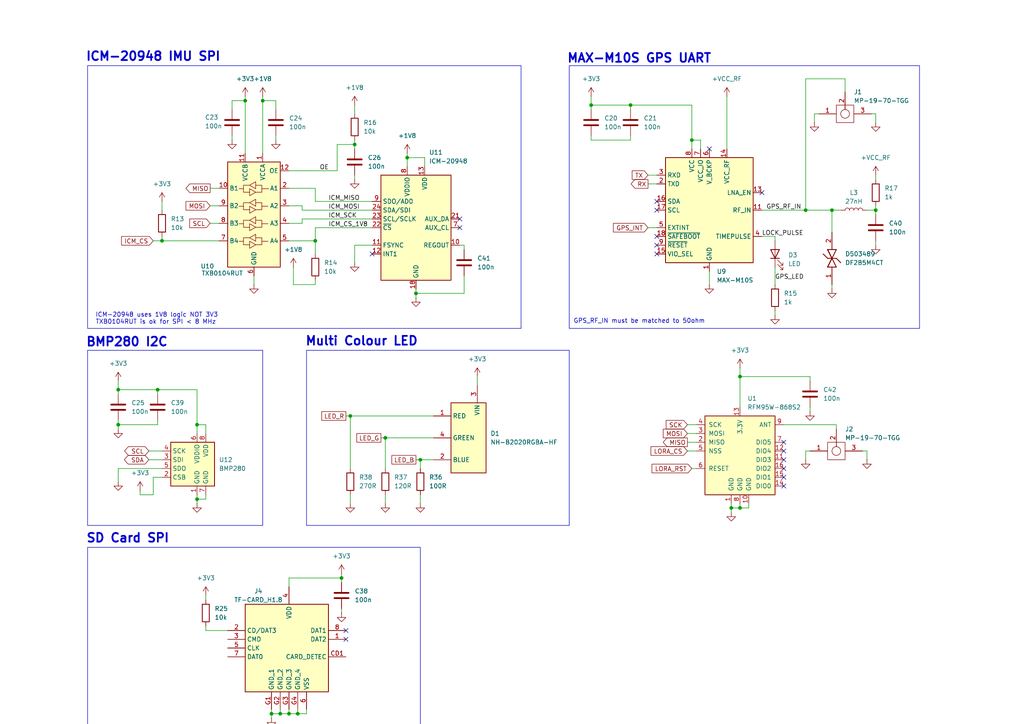
<source format=kicad_sch>
(kicad_sch (version 20250114) (generator "eeschema") (generator_version "9.0")
  (paper "A4")
  (title_block (title "Peripherals") (date "07-05-2025") (rev "0.0.1"))
  (lib_symbols
    (symbol "Device:C" (pin_numbers (hide yes)) (pin_names (offset 0.254))
      (property "Reference" "C" (at 0.635 2.54 0))
      (property "Value" "C" (at 0.635 -2.54 0))
      (symbol "C_0_1"
        (polyline (pts (xy -2.032 0.762) (xy 2.032 0.762)) (stroke (width 0.508)))
        (polyline (pts (xy -2.032 -0.762) (xy 2.032 -0.762)) (stroke (width 0.508)))
      )
      (symbol "C_1_1"
        (pin passive line (at 0 3.81 270) (length 2.794) (name "~") (number "1"))
        (pin passive line (at 0 -3.81 90) (length 2.794) (name "~") (number "2"))
      )
    )
    (symbol "Device:L" (pin_numbers (hide yes)) (pin_names (offset 1.016) (hide yes))
      (property "Reference" "L" (at -1.27 0 90))
      (property "Value" "L" (at 1.905 0 90))
      (symbol "L_0_1"
        (arc (start 0 2.54) (mid 0.6323 1.905) (end 0 1.27))
        (arc (start 0 1.27) (mid 0.6323 0.635) (end 0 0))
        (arc (start 0 0) (mid 0.6323 -0.635) (end 0 -1.27))
        (arc (start 0 -1.27) (mid 0.6323 -1.905) (end 0 -2.54))
      )
      (symbol "L_1_1"
        (pin passive line (at 0 3.81 270) (length 1.27) (name "1") (number "1"))
        (pin passive line (at 0 -3.81 90) (length 1.27) (name "2") (number "2"))
      )
    )
    (symbol "Device:LED" (pin_numbers (hide yes)) (pin_names (offset 1.016) (hide yes))
      (property "Reference" "D" (at 0 2.54 0))
      (property "Value" "LED" (at 0 -2.54 0))
      (symbol "LED_0_1"
        (polyline (pts (xy -3.048 -0.762) (xy -4.572 -2.286) (xy -3.81 -2.286) (xy -4.572 -2.286) (xy -4.572 -1.524)))
        (polyline (pts (xy -1.778 -0.762) (xy -3.302 -2.286) (xy -2.54 -2.286) (xy -3.302 -2.286) (xy -3.302 -1.524)))
        (polyline (pts (xy -1.27 0) (xy 1.27 0)))
        (polyline (pts (xy -1.27 -1.27) (xy -1.27 1.27)) (stroke (width 0.254)))
        (polyline (pts (xy 1.27 -1.27) (xy 1.27 1.27) (xy -1.27 0) (xy 1.27 -1.27)) (stroke (width 0.254)))
      )
      (symbol "LED_1_1"
        (pin passive line (at -3.81 0 0) (length 2.54) (name "K") (number "1"))
        (pin passive line (at 3.81 0 180) (length 2.54) (name "A") (number "2"))
      )
    )
    (symbol "Device:R" (pin_numbers (hide yes)) (pin_names (offset 0))
      (property "Reference" "R" (at 2.032 0 90))
      (property "Value" "R" (at 0 0 90))
      (symbol "R_0_1"
        (rectangle (start -1.016 -2.54) (end 1.016 2.54) (stroke (width 0.254)))
      )
      (symbol "R_1_1"
        (pin passive line (at 0 3.81 270) (length 1.27) (name "~") (number "1"))
        (pin passive line (at 0 -3.81 90) (length 1.27) (name "~") (number "2"))
      )
    )
    (symbol "Logic_LevelTranslator:TXB0104RUT"
      (property "Reference" "U" (at -6.35 16.51 0))
      (property "Value" "TXB0104RUT" (at 3.81 16.51 0))
      (symbol "TXB0104RUT_0_1"
        (rectangle (start -7.62 15.24) (end 7.62 -15.24) (stroke (width 0.254)) (fill (type background)))
        (polyline (pts (xy -2.286 7.493) (xy -2.286 8.509) (xy -0.508 8.509)))
        (polyline (pts (xy -2.286 2.413) (xy -2.286 3.429) (xy -0.508 3.429)))
        (polyline (pts (xy -2.286 -2.667) (xy -2.286 -1.651) (xy -0.508 -1.651)))
        (polyline (pts (xy -2.286 -7.747) (xy -2.286 -6.731) (xy -0.508 -6.731)))
        (polyline (pts (xy -0.508 6.477) (xy -2.286 6.477) (xy -2.286 7.493) (xy -4.318 7.493)))
        (polyline (pts (xy -0.508 6.477) (xy 1.27 7.493) (xy 1.27 5.461) (xy -0.508 6.477)))
        (polyline (pts (xy -0.508 1.397) (xy -2.286 1.397) (xy -2.286 2.413) (xy -4.064 2.413)))
        (polyline (pts (xy -0.508 1.397) (xy 1.27 2.413) (xy 1.27 0.381) (xy -0.508 1.397)))
        (polyline (pts (xy -0.508 -3.683) (xy -2.286 -3.683) (xy -2.286 -2.667) (xy -4.064 -2.667)))
        (polyline (pts (xy -0.508 -3.683) (xy 1.27 -2.667) (xy 1.27 -4.699) (xy -0.508 -3.683)))
        (polyline (pts (xy -0.508 -8.763) (xy -2.286 -8.763) (xy -2.286 -7.747) (xy -4.064 -7.747)))
        (polyline (pts (xy -0.508 -8.763) (xy 1.27 -7.747) (xy 1.27 -9.779) (xy -0.508 -8.763)))
        (polyline (pts (xy 1.27 8.509) (xy -0.508 7.493) (xy -0.508 9.525) (xy 1.27 8.509)))
        (polyline (pts (xy 1.27 8.509) (xy 3.048 8.509) (xy 3.048 7.493) (xy 4.318 7.493)))
        (polyline (pts (xy 1.27 3.429) (xy -0.508 2.413) (xy -0.508 4.445) (xy 1.27 3.429)))
        (polyline (pts (xy 1.27 3.429) (xy 3.048 3.429) (xy 3.048 2.413) (xy 4.318 2.413)))
        (polyline (pts (xy 1.27 -1.651) (xy -0.508 -2.667) (xy -0.508 -0.635) (xy 1.27 -1.651)))
        (polyline (pts (xy 1.27 -1.651) (xy 3.048 -1.651) (xy 3.048 -2.667) (xy 4.318 -2.667)))
        (polyline (pts (xy 1.27 -6.731) (xy -0.508 -7.747) (xy -0.508 -5.715) (xy 1.27 -6.731)))
        (polyline (pts (xy 1.27 -6.731) (xy 3.048 -6.731) (xy 3.048 -7.747) (xy 4.318 -7.747)))
        (polyline (pts (xy 3.048 7.493) (xy 3.048 6.477) (xy 1.27 6.477)))
        (polyline (pts (xy 3.048 2.413) (xy 3.048 1.397) (xy 1.27 1.397)))
        (polyline (pts (xy 3.048 -2.667) (xy 3.048 -3.683) (xy 1.27 -3.683)))
        (polyline (pts (xy 3.048 -7.747) (xy 3.048 -8.763) (xy 1.27 -8.763)))
      )
      (symbol "TXB0104RUT_1_1"
        (pin input line (at -10.16 12.7 0) (length 2.54) (name "OE") (number "12"))
        (pin tri_state line (at -10.16 7.62 0) (length 2.54) (name "A1") (number "2"))
        (pin tri_state line (at -10.16 2.54 0) (length 2.54) (name "A2") (number "3"))
        (pin tri_state line (at -10.16 -2.54 0) (length 2.54) (name "A3") (number "4"))
        (pin tri_state line (at -10.16 -7.62 0) (length 2.54) (name "A4") (number "5"))
        (pin power_in line (at -2.54 17.78 270) (length 2.54) (name "VCCA") (number "1"))
        (pin power_in line (at 0 -17.78 90) (length 2.54) (name "GND") (number "6"))
        (pin power_in line (at 2.54 17.78 270) (length 2.54) (name "VCCB") (number "11"))
        (pin tri_state line (at 10.16 7.62 180) (length 2.54) (name "B1") (number "10"))
        (pin tri_state line (at 10.16 2.54 180) (length 2.54) (name "B2") (number "9"))
        (pin tri_state line (at 10.16 -2.54 180) (length 2.54) (name "B3") (number "8"))
        (pin tri_state line (at 10.16 -7.62 180) (length 2.54) (name "B4") (number "7"))
      )
    )
    (symbol "NH-B2020RGBA-HF_1"
      (property "Reference" "D?" (at 16.51 -1.27 0))
      (property "Value" "NH-B2020RGBA-HF" (at 16.51 -3.81 0))
      (symbol "NH-B2020RGBA-HF_1_1_1"
        (rectangle (start 5.08 3.81) (end 15.24 -16.51) (stroke (width 0.254)) (fill (type background)))
        (pin passive line (at 0 0 0) (length 5.08) (name "RED") (number "1"))
        (pin passive line (at 0 -6.35 0) (length 5.08) (name "GREEN") (number "4"))
        (pin passive line (at 0 -12.7 0) (length 5.08) (name "BLUE") (number "2"))
        (pin passive line (at 12.7 8.89 270) (length 5.08) (name "VIN") (number "3"))
      )
    )
    (symbol "RF_GPS:MAX-M10S"
      (property "Reference" "U" (at -10.16 16.51 0))
      (property "Value" "MAX-M10S" (at 11.43 16.51 0))
      (symbol "MAX-M10S_0_1"
        (rectangle (start 12.7 15.24) (end -12.7 -15.24) (stroke (width 0.254)) (fill (type background)))
      )
      (symbol "MAX-M10S_1_1"
        (pin input line (at -15.24 10.16 0) (length 2.54) (name "RXD") (number "3"))
        (pin output line (at -15.24 7.62 0) (length 2.54) (name "TXD") (number "2"))
        (pin bidirectional line (at -15.24 2.54 0) (length 2.54) (name "SDA") (number "16"))
        (pin input line (at -15.24 0 0) (length 2.54) (name "SCL") (number "17"))
        (pin input line (at -15.24 -5.08 0) (length 2.54) (name "EXTINT") (number "5"))
        (pin input line (at -15.24 -7.62 0) (length 2.54) (name "~{SAFEBOOT}") (number "18"))
        (pin input line (at -15.24 -10.16 0) (length 2.54) (name "~{RESET}") (number "9"))
        (pin input line (at -15.24 -12.7 0) (length 2.54) (name "VIO_SEL") (number "15"))
        (pin power_in line (at -5.08 17.78 270) (length 2.54) (name "VCC") (number "8"))
        (pin power_in line (at -2.54 17.78 270) (length 2.54) (name "VCC_IO") (number "7"))
        (pin power_in line (at 0 17.78 270) (length 2.54) (name "V_BCKP") (number "6"))
        (pin power_in line (at 0 -17.78 90) (length 2.54) (name "GND") (number "1"))
        (pin passive line (at 0 -17.78 90) (length 2.54) (hide yes) (name "GND") (number "10"))
        (pin passive line (at 0 -17.78 90) (length 2.54) (hide yes) (name "GND") (number "12"))
        (pin power_out line (at 5.08 17.78 270) (length 2.54) (name "VCC_RF") (number "14"))
        (pin output line (at 15.24 5.08 180) (length 2.54) (name "LNA_EN") (number "13"))
        (pin input line (at 15.24 0 180) (length 2.54) (name "RF_IN") (number "11"))
        (pin output line (at 15.24 -7.62 180) (length 2.54) (name "TIMEPULSE") (number "4"))
      )
    )
    (symbol "RF_Module:RFM95W-868S2" (pin_names (offset 1.016))
      (property "Reference" "U" (at -10.414 11.684 0))
      (property "Value" "RFM95W-868S2" (at 1.524 11.43 0))
      (symbol "RFM95W-868S2_0_1"
        (rectangle (start -10.16 10.16) (end 10.16 -12.7) (stroke (width 0.254)) (fill (type background)))
      )
      (symbol "RFM95W-868S2_1_1"
        (pin input line (at -12.7 7.62 0) (length 2.54) (name "SCK") (number "4"))
        (pin input line (at -12.7 5.08 0) (length 2.54) (name "MOSI") (number "3"))
        (pin output line (at -12.7 2.54 0) (length 2.54) (name "MISO") (number "2"))
        (pin input line (at -12.7 0 0) (length 2.54) (name "NSS") (number "5"))
        (pin bidirectional line (at -12.7 -5.08 0) (length 2.54) (name "RESET") (number "6"))
        (pin power_in line (at -2.54 -15.24 90) (length 2.54) (name "GND") (number "1"))
        (pin power_in line (at 0 12.7 270) (length 2.54) (name "3.3V") (number "13"))
        (pin power_in line (at 0 -15.24 90) (length 2.54) (name "GND") (number "8"))
        (pin power_in line (at 2.54 -15.24 90) (length 2.54) (name "GND") (number "10"))
        (pin bidirectional line (at 12.7 7.62 180) (length 2.54) (name "ANT") (number "9"))
        (pin bidirectional line (at 12.7 2.54 180) (length 2.54) (name "DIO5") (number "7"))
        (pin bidirectional line (at 12.7 0 180) (length 2.54) (name "DIO4") (number "12"))
        (pin bidirectional line (at 12.7 -2.54 180) (length 2.54) (name "DIO3") (number "11"))
        (pin bidirectional line (at 12.7 -5.08 180) (length 2.54) (name "DIO2") (number "16"))
        (pin bidirectional line (at 12.7 -7.62 180) (length 2.54) (name "DIO1") (number "15"))
        (pin bidirectional line (at 12.7 -10.16 180) (length 2.54) (name "DIO0") (number "14"))
      )
    )
    (symbol "SamacSys_Parts:DF2B5M4CT" (pin_names (hide yes))
      (property "Reference" "D" (at 15.24 8.89 0))
      (property "Value" "DF2B5M4CT" (at 12.7 6.35 0))
      (symbol "DF2B5M4CT_1_1"
        (polyline (pts (xy 5.08 1.27) (xy 5.08 -1.27)) (stroke (width 0.254)))
        (polyline (pts (xy 5.08 1.27) (xy 7.62 0)) (stroke (width 0.254)))
        (polyline (pts (xy 5.08 1.27) (xy 10.16 -1.27)) (stroke (width 0.254)))
        (polyline (pts (xy 7.62 -1.27) (xy 6.35 -2.54)) (stroke (width 0.254)))
        (polyline (pts (xy 7.62 -1.27) (xy 7.62 1.27)) (stroke (width 0.254)))
        (polyline (pts (xy 8.89 2.54) (xy 7.62 1.27)) (stroke (width 0.254)))
        (polyline (pts (xy 10.16 1.27) (xy 5.08 -1.27)) (stroke (width 0.254)))
        (polyline (pts (xy 10.16 1.27) (xy 7.62 0)) (stroke (width 0.254)))
        (polyline (pts (xy 10.16 1.27) (xy 10.16 -1.27)) (stroke (width 0.254)))
        (pin passive line (at 0 0 0) (length 5.08) (name "K1") (number "1"))
        (pin passive line (at 15.24 0 180) (length 5.08) (name "K2") (number "2"))
      )
    )
    (symbol "SamacSys_Parts:MP-19-70-TGG"
      (property "Reference" "J?" (at 2.54 0 0))
      (property "Value" "MP-19-70-TGG" (at 2.54 -2.54 0))
      (symbol "MP-19-70-TGG_0_1"
        (rectangle (start -2.54 -3.81) (end 2.54 -8.89))
        (circle (center 0 -6.35) (radius 1.27))
      )
      (symbol "MP-19-70-TGG_1_1"
        (pin passive line (at -7.62 -6.35 0) (length 5.08) (name "") (number "1"))
        (pin passive line (at 0 0 270) (length 5.08) (name "") (number "2"))
        (pin passive line (at 7.62 -6.35 180) (length 5.08) (name "") (number "3"))
      )
    )
    (symbol "SamacSys_Parts:TF-CARD_H1.8"
      (property "Reference" "J4" (at 8.89 11.43 0))
      (property "Value" "TF-CARD_H1.8" (at 8.89 8.89 0))
      (symbol "TF-CARD_H1.8_1_1"
        (rectangle (start 5.08 7.62) (end 29.21 -17.78) (stroke (width 0.254)) (fill (type background)))
        (pin passive line (at 0 0 0) (length 5.08) (name "CD/DAT3") (number "2"))
        (pin passive line (at 0 -2.54 0) (length 5.08) (name "CMD") (number "3"))
        (pin passive line (at 0 -5.08 0) (length 5.08) (name "CLK") (number "5"))
        (pin passive line (at 0 -7.62 0) (length 5.08) (name "DAT0") (number "7"))
        (pin passive line (at 12.7 -22.86 90) (length 5.08) (name "GND_1") (number "G1"))
        (pin passive line (at 15.24 -22.86 90) (length 5.08) (name "GND_2") (number "G2"))
        (pin passive line (at 17.78 12.7 270) (length 5.08) (name "VDD") (number "4"))
        (pin passive line (at 17.78 -22.86 90) (length 5.08) (name "GND_3") (number "G3"))
        (pin passive line (at 20.32 -22.86 90) (length 5.08) (name "GND_4") (number "G4"))
        (pin passive line (at 22.86 -22.86 90) (length 5.08) (name "VSS") (number "6"))
        (pin passive line (at 34.29 0 180) (length 5.08) (name "DAT1") (number "8"))
        (pin passive line (at 34.29 -2.54 180) (length 5.08) (name "DAT2") (number "1"))
        (pin passive line (at 34.29 -7.62 180) (length 5.08) (name "CARD_DETEC") (number "CD1"))
      )
    )
    (symbol "Sensor_Motion:ICM-20948"
      (property "Reference" "U" (at -11.43 16.51 0))
      (property "Value" "ICM-20948" (at 7.62 -16.51 0))
      (symbol "ICM-20948_0_1"
        (rectangle (start -10.16 15.24) (end 10.16 -15.24) (stroke (width 0.254)) (fill (type background)))
      )
      (symbol "ICM-20948_1_1"
        (pin bidirectional line (at -12.7 7.62 0) (length 2.54) (name "SDO/AD0") (number "9"))
        (pin bidirectional line (at -12.7 5.08 0) (length 2.54) (name "SDA/SDI") (number "24"))
        (pin input line (at -12.7 2.54 0) (length 2.54) (name "SCL/SCLK") (number "23"))
        (pin input line (at -12.7 0 0) (length 2.54) (name "~{CS}") (number "22"))
        (pin input line (at -12.7 -5.08 0) (length 2.54) (name "FSYNC") (number "11"))
        (pin output line (at -12.7 -7.62 0) (length 2.54) (name "INT1") (number "12"))
        (pin no_connect line (at -10.16 12.7 0) (length 2.54) (hide yes) (name "NC") (number "1"))
        (pin no_connect line (at -10.16 10.16 0) (length 2.54) (hide yes) (name "NC") (number "2"))
        (pin no_connect line (at -10.16 -2.54 0) (length 2.54) (hide yes) (name "NC") (number "3"))
        (pin no_connect line (at -10.16 -10.16 0) (length 2.54) (hide yes) (name "NC") (number "4"))
        (pin no_connect line (at -10.16 -12.7 0) (length 2.54) (hide yes) (name "NC") (number "5"))
        (pin power_in line (at -2.54 17.78 270) (length 2.54) (name "VDDIO") (number "8"))
        (pin power_in line (at 0 -17.78 90) (length 2.54) (name "GND") (number "18"))
        (pin passive line (at 0 -17.78 90) (length 2.54) (hide yes) (name "GND") (number "20"))
        (pin power_in line (at 2.54 17.78 270) (length 2.54) (name "VDD") (number "13"))
        (pin no_connect line (at 10.16 10.16 180) (length 2.54) (hide yes) (name "NC") (number "6"))
        (pin no_connect line (at 10.16 7.62 180) (length 2.54) (hide yes) (name "NC") (number "14"))
        (pin no_connect line (at 10.16 5.08 180) (length 2.54) (hide yes) (name "NC") (number "15"))
        (pin no_connect line (at 10.16 -7.62 180) (length 2.54) (hide yes) (name "NC") (number "16"))
        (pin no_connect line (at 10.16 -10.16 180) (length 2.54) (hide yes) (name "NC") (number "17"))
        (pin no_connect line (at 10.16 -12.7 180) (length 2.54) (hide yes) (name "RESV") (number "19"))
        (pin bidirectional line (at 12.7 2.54 180) (length 2.54) (name "AUX_DA") (number "21"))
        (pin output line (at 12.7 0 180) (length 2.54) (name "AUX_CL") (number "7"))
        (pin passive line (at 12.7 -5.08 180) (length 2.54) (name "REGOUT") (number "10"))
      )
    )
    (symbol "Sensor_Pressure:BMP280"
      (property "Reference" "U" (at -7.62 10.16 0))
      (property "Value" "BMP280" (at 5.08 10.16 0))
      (symbol "BMP280_0_1"
        (rectangle (start -7.62 -5.08) (end 5.08 7.62) (stroke (width 0.254)) (fill (type background)))
      )
      (symbol "BMP280_1_1"
        (pin input line (at -10.16 5.08 0) (length 2.54) (name "SCK") (number "4"))
        (pin bidirectional line (at -10.16 2.54 0) (length 2.54) (name "SDI") (number "3"))
        (pin bidirectional line (at -10.16 0 0) (length 2.54) (name "SDO") (number "5"))
        (pin input line (at -10.16 -2.54 0) (length 2.54) (name "CSB") (number "2"))
        (pin power_in line (at 0 10.16 270) (length 2.54) (name "VDDIO") (number "6"))
        (pin power_in line (at 0 -7.62 90) (length 2.54) (name "GND") (number "1"))
        (pin power_in line (at 2.54 10.16 270) (length 2.54) (name "VDD") (number "8"))
        (pin power_in line (at 2.54 -7.62 90) (length 2.54) (name "GND") (number "7"))
      )
    )
    (symbol "power:+1V8" (power) (pin_numbers (hide yes)) (pin_names (offset 0) (hide yes))
      (property "Value" "+1V8" (at 0 3.556 0))
      (symbol "+1V8_0_1"
        (polyline (pts (xy -0.762 1.27) (xy 0 2.54)))
        (polyline (pts (xy 0 2.54) (xy 0.762 1.27)))
        (polyline (pts (xy 0 0) (xy 0 2.54)))
      )
      (symbol "+1V8_1_1"
        (pin power_in line (at 0 0 90) (length 0) (name "~") (number "1"))
      )
    )
    (symbol "power:+3V3" (power) (pin_numbers (hide yes)) (pin_names (offset 0) (hide yes))
      (property "Value" "+3V3" (at 0 3.556 0))
      (symbol "+3V3_0_1"
        (polyline (pts (xy -0.762 1.27) (xy 0 2.54)))
        (polyline (pts (xy 0 2.54) (xy 0.762 1.27)))
        (polyline (pts (xy 0 0) (xy 0 2.54)))
      )
      (symbol "+3V3_1_1"
        (pin power_in line (at 0 0 90) (length 0) (name "~") (number "1"))
      )
    )
    (symbol "power:GND" (power) (pin_numbers (hide yes)) (pin_names (offset 0) (hide yes))
      (property "Value" "GND" (at 0 -3.81 0))
      (symbol "GND_0_1"
        (polyline (pts (xy 0 0) (xy 0 -1.27) (xy 1.27 -1.27) (xy 0 -2.54) (xy -1.27 -1.27) (xy 0 -1.27)))
      )
      (symbol "GND_1_1"
        (pin power_in line (at 0 0 270) (length 0) (name "~") (number "1"))
      )
    )
  )
  (rectangle (start 25.4 158.75) (end 121.92 212.09))
  (rectangle (start 25.4 101.6) (end 76.2 152.4))
  (rectangle (start 25.4 19.05) (end 151.13 95.25))
  (rectangle (start 165.1 19.05) (end 266.7 95.25))
  (rectangle (start 88.9 101.6) (end 165.1 152.4))
  (text "BMP280 I2C\n" (at 36.83 99.314 0) (effects (font (size 2.54 2.54) (thickness 0.508) (bold yes))))
  (text "GPS_RF_IN must be matched to 50ohm\n" (at 185.42 93.218 0) (effects (font (size 1.27 1.27) (thickness 0.1588))))
  (text "SD Card SPI" (at 37.084 156.21 0) (effects (font (size 2.54 2.54) (thickness 0.508) (bold yes))))
  (text "ICM-20948 IMU SPI\n" (at 44.45 16.51 0) (effects (font (size 2.54 2.54) (thickness 0.508) (bold yes))))
  (text "ICM-20948 uses 1V8 logic NOT 3V3\nTXB0104RUT is ok for SPI < 8 MHz" (at 27.686 92.456 0) (effects (font (size 1.27 1.27) (thickness 0.1588)) (justify left)))
  (text "Multi Colour LED\n" (at 104.902 99.06 0) (effects (font (size 2.54 2.54) (thickness 0.508) (bold yes))))
  (text "MAX-M10S GPS UART" (at 185.42 17.018 0) (effects (font (size 2.54 2.54) (thickness 0.508) (bold yes))))
  (junction (at 78.74 207.01))
  (junction (at 214.63 147.32))
  (junction (at 214.63 109.22))
  (junction (at 171.45 30.48))
  (junction (at 34.29 123.19))
  (junction (at 101.6 120.65))
  (junction (at 102.87 41.91))
  (junction (at 46.99 69.85))
  (junction (at 111.76 127))
  (junction (at 121.92 133.35))
  (junction (at 233.68 60.96))
  (junction (at 120.65 85.09))
  (junction (at 254 60.96))
  (junction (at 99.06 167.64))
  (junction (at 81.28 207.01))
  (junction (at 241.3 60.96))
  (junction (at 34.29 113.03))
  (junction (at 91.44 69.85))
  (junction (at 76.2 29.21))
  (junction (at 83.82 207.01))
  (junction (at 212.09 147.32))
  (junction (at 86.36 207.01))
  (junction (at 182.88 30.48))
  (junction (at 45.72 113.03))
  (junction (at 200.66 40.64))
  (junction (at 57.15 123.19))
  (junction (at 118.11 45.72))
  (junction (at 57.15 144.78))
  (junction (at 71.12 29.21))
  (no_connect (at 190.5 71.12))
  (no_connect (at 227.33 138.43))
  (no_connect (at 227.33 128.27))
  (no_connect (at 227.33 140.97))
  (no_connect (at 205.74 43.18))
  (no_connect (at 190.5 73.66))
  (no_connect (at 100.33 182.88))
  (no_connect (at 227.33 130.81))
  (no_connect (at 190.5 68.58))
  (no_connect (at 107.95 73.66))
  (no_connect (at 100.33 185.42))
  (no_connect (at 227.33 133.35))
  (no_connect (at 133.35 66.04))
  (no_connect (at 133.35 63.5))
  (no_connect (at 227.33 135.89))
  (no_connect (at 220.98 55.88))
  (no_connect (at 190.5 60.96))
  (no_connect (at 190.5 58.42))
  (wire (pts (xy 59.69 123.19) (xy 59.69 125.73)))
  (wire (pts (xy 234.95 118.11) (xy 234.95 119.38)))
  (wire (pts (xy 83.82 54.61) (xy 91.44 54.61)))
  (wire (pts (xy 254 33.02) (xy 252.73 33.02)))
  (wire (pts (xy 224.79 77.47) (xy 224.79 82.55)))
  (wire (pts (xy 102.87 50.8) (xy 102.87 52.07)))
  (wire (pts (xy 34.29 110.49) (xy 34.29 113.03)))
  (wire (pts (xy 97.79 49.53) (xy 97.79 41.91)))
  (wire (pts (xy 214.63 106.68) (xy 214.63 109.22)))
  (wire (pts (xy 46.99 58.42) (xy 46.99 60.96)))
  (wire (pts (xy 121.92 133.35) (xy 125.73 133.35)))
  (wire (pts (xy 236.22 33.02) (xy 237.49 33.02)))
  (wire (pts (xy 91.44 66.04) (xy 107.95 66.04)))
  (wire (pts (xy 102.87 30.48) (xy 102.87 33.02)))
  (wire (pts (xy 78.74 207.01) (xy 81.28 207.01)))
  (wire (pts (xy 102.87 41.91) (xy 102.87 40.64)))
  (wire (pts (xy 102.87 41.91) (xy 102.87 43.18)))
  (wire (pts (xy 46.99 69.85) (xy 63.5 69.85)))
  (wire (pts (xy 121.92 135.89) (xy 121.92 133.35)))
  (wire (pts (xy 233.68 60.96) (xy 241.3 60.96)))
  (wire (pts (xy 200.66 30.48) (xy 200.66 40.64)))
  (wire (pts (xy 87.63 60.96) (xy 107.95 60.96)))
  (wire (pts (xy 83.82 207.01) (xy 86.36 207.01)))
  (wire (pts (xy 101.6 120.65) (xy 125.73 120.65)))
  (wire (pts (xy 251.46 60.96) (xy 254 60.96)))
  (wire (pts (xy 233.68 130.81) (xy 233.68 133.35)))
  (wire (pts (xy 34.29 113.03) (xy 45.72 113.03)))
  (wire (pts (xy 99.06 167.64) (xy 99.06 168.91)))
  (wire (pts (xy 214.63 109.22) (xy 234.95 109.22)))
  (wire (pts (xy 171.45 39.37) (xy 171.45 40.64)))
  (wire (pts (xy 44.45 143.51) (xy 40.64 143.51)))
  (wire (pts (xy 91.44 81.28) (xy 91.44 82.55)))
  (wire (pts (xy 102.87 76.2) (xy 102.87 71.12)))
  (wire (pts (xy 118.11 45.72) (xy 118.11 48.26)))
  (wire (pts (xy 199.39 123.19) (xy 201.93 123.19)))
  (wire (pts (xy 76.2 29.21) (xy 80.01 29.21)))
  (wire (pts (xy 97.79 41.91) (xy 102.87 41.91)))
  (wire (pts (xy 187.96 66.04) (xy 190.5 66.04)))
  (wire (pts (xy 34.29 135.89) (xy 46.99 135.89)))
  (wire (pts (xy 100.33 120.65) (xy 101.6 120.65)))
  (wire (pts (xy 34.29 123.19) (xy 45.72 123.19)))
  (wire (pts (xy 123.19 45.72) (xy 123.19 48.26)))
  (wire (pts (xy 88.9 207.01) (xy 88.9 205.74)))
  (wire (pts (xy 227.33 123.19) (xy 242.57 123.19)))
  (wire (pts (xy 224.79 90.17) (xy 224.79 91.44)))
  (wire (pts (xy 73.66 80.01) (xy 73.66 82.55)))
  (wire (pts (xy 134.62 71.12) (xy 133.35 71.12)))
  (wire (pts (xy 91.44 69.85) (xy 83.82 69.85)))
  (wire (pts (xy 134.62 80.01) (xy 134.62 85.09)))
  (wire (pts (xy 91.44 69.85) (xy 91.44 73.66)))
  (wire (pts (xy 200.66 135.89) (xy 201.93 135.89)))
  (wire (pts (xy 199.39 130.81) (xy 201.93 130.81)))
  (wire (pts (xy 91.44 66.04) (xy 91.44 69.85)))
  (wire (pts (xy 111.76 143.51) (xy 111.76 146.05)))
  (wire (pts (xy 34.29 121.92) (xy 34.29 123.19)))
  (wire (pts (xy 214.63 147.32) (xy 214.63 146.05)))
  (wire (pts (xy 200.66 40.64) (xy 203.2 40.64)))
  (wire (pts (xy 71.12 27.94) (xy 71.12 29.21)))
  (wire (pts (xy 34.29 139.7) (xy 34.29 135.89)))
  (wire (pts (xy 241.3 82.55) (xy 241.3 83.82)))
  (wire (pts (xy 87.63 64.77) (xy 87.63 63.5)))
  (wire (pts (xy 199.39 128.27) (xy 201.93 128.27)))
  (wire (pts (xy 85.09 77.47) (xy 85.09 82.55)))
  (wire (pts (xy 233.68 22.86) (xy 245.11 22.86)))
  (wire (pts (xy 86.36 207.01) (xy 88.9 207.01)))
  (wire (pts (xy 43.18 130.81) (xy 46.99 130.81)))
  (wire (pts (xy 59.69 144.78) (xy 59.69 143.51)))
  (wire (pts (xy 236.22 33.02) (xy 236.22 35.56)))
  (wire (pts (xy 120.65 83.82) (xy 120.65 85.09)))
  (wire (pts (xy 234.95 109.22) (xy 234.95 110.49)))
  (wire (pts (xy 83.82 49.53) (xy 97.79 49.53)))
  (wire (pts (xy 171.45 40.64) (xy 182.88 40.64)))
  (wire (pts (xy 85.09 82.55) (xy 91.44 82.55)))
  (wire (pts (xy 254 50.8) (xy 254 52.07)))
  (wire (pts (xy 60.96 64.77) (xy 63.5 64.77)))
  (wire (pts (xy 241.3 60.96) (xy 241.3 67.31)))
  (wire (pts (xy 83.82 167.64) (xy 99.06 167.64)))
  (wire (pts (xy 34.29 123.19) (xy 34.29 124.46)))
  (wire (pts (xy 254 35.56) (xy 254 33.02)))
  (wire (pts (xy 171.45 27.94) (xy 171.45 30.48)))
  (wire (pts (xy 245.11 22.86) (xy 245.11 26.67)))
  (wire (pts (xy 45.72 113.03) (xy 45.72 114.3)))
  (wire (pts (xy 220.98 60.96) (xy 233.68 60.96)))
  (wire (pts (xy 57.15 144.78) (xy 59.69 144.78)))
  (wire (pts (xy 86.36 205.74) (xy 86.36 207.01)))
  (wire (pts (xy 214.63 109.22) (xy 214.63 118.11)))
  (wire (pts (xy 171.45 30.48) (xy 171.45 31.75)))
  (wire (pts (xy 76.2 29.21) (xy 76.2 44.45)))
  (wire (pts (xy 171.45 30.48) (xy 182.88 30.48)))
  (wire (pts (xy 44.45 69.85) (xy 46.99 69.85)))
  (wire (pts (xy 111.76 135.89) (xy 111.76 127)))
  (wire (pts (xy 217.17 147.32) (xy 217.17 146.05)))
  (wire (pts (xy 60.96 59.69) (xy 63.5 59.69)))
  (wire (pts (xy 45.72 113.03) (xy 57.15 113.03)))
  (wire (pts (xy 59.69 181.61) (xy 59.69 182.88)))
  (wire (pts (xy 57.15 113.03) (xy 57.15 123.19)))
  (wire (pts (xy 83.82 64.77) (xy 87.63 64.77)))
  (wire (pts (xy 59.69 172.72) (xy 59.69 173.99)))
  (wire (pts (xy 120.65 133.35) (xy 121.92 133.35)))
  (wire (pts (xy 83.82 167.64) (xy 83.82 170.18)))
  (wire (pts (xy 110.49 127) (xy 111.76 127)))
  (wire (pts (xy 99.06 176.53) (xy 99.06 177.8)))
  (wire (pts (xy 45.72 123.19) (xy 45.72 121.92)))
  (wire (pts (xy 57.15 123.19) (xy 59.69 123.19)))
  (wire (pts (xy 40.64 142.24) (xy 40.64 143.51)))
  (wire (pts (xy 81.28 207.01) (xy 83.82 207.01)))
  (wire (pts (xy 138.43 109.22) (xy 138.43 111.76)))
  (wire (pts (xy 91.44 58.42) (xy 107.95 58.42)))
  (wire (pts (xy 212.09 147.32) (xy 212.09 148.59)))
  (wire (pts (xy 80.01 39.37) (xy 80.01 40.64)))
  (wire (pts (xy 233.68 22.86) (xy 233.68 60.96)))
  (wire (pts (xy 212.09 147.32) (xy 214.63 147.32)))
  (wire (pts (xy 199.39 125.73) (xy 201.93 125.73)))
  (wire (pts (xy 57.15 123.19) (xy 57.15 125.73)))
  (wire (pts (xy 134.62 85.09) (xy 120.65 85.09)))
  (wire (pts (xy 254 69.85) (xy 254 71.12)))
  (wire (pts (xy 118.11 44.45) (xy 118.11 45.72)))
  (wire (pts (xy 78.74 207.01) (xy 78.74 208.28)))
  (wire (pts (xy 251.46 133.35) (xy 251.46 130.81)))
  (wire (pts (xy 57.15 144.78) (xy 57.15 146.05)))
  (wire (pts (xy 121.92 143.51) (xy 121.92 146.05)))
  (wire (pts (xy 251.46 130.81) (xy 250.19 130.81)))
  (wire (pts (xy 205.74 78.74) (xy 205.74 82.55)))
  (wire (pts (xy 254 60.96) (xy 254 59.69)))
  (wire (pts (xy 220.98 68.58) (xy 224.79 68.58)))
  (wire (pts (xy 242.57 123.19) (xy 242.57 124.46)))
  (wire (pts (xy 182.88 40.64) (xy 182.88 39.37)))
  (wire (pts (xy 34.29 113.03) (xy 34.29 114.3)))
  (wire (pts (xy 102.87 71.12) (xy 107.95 71.12)))
  (wire (pts (xy 212.09 146.05) (xy 212.09 147.32)))
  (wire (pts (xy 111.76 127) (xy 125.73 127)))
  (wire (pts (xy 91.44 58.42) (xy 91.44 54.61)))
  (wire (pts (xy 67.31 29.21) (xy 71.12 29.21)))
  (wire (pts (xy 200.66 40.64) (xy 200.66 43.18)))
  (wire (pts (xy 83.82 59.69) (xy 87.63 59.69)))
  (wire (pts (xy 182.88 30.48) (xy 200.66 30.48)))
  (wire (pts (xy 59.69 182.88) (xy 66.04 182.88)))
  (wire (pts (xy 254 60.96) (xy 254 62.23)))
  (wire (pts (xy 134.62 72.39) (xy 134.62 71.12)))
  (wire (pts (xy 71.12 29.21) (xy 71.12 44.45)))
  (wire (pts (xy 187.96 53.34) (xy 190.5 53.34)))
  (wire (pts (xy 182.88 30.48) (xy 182.88 31.75)))
  (wire (pts (xy 99.06 166.37) (xy 99.06 167.64)))
  (wire (pts (xy 241.3 60.96) (xy 243.84 60.96)))
  (wire (pts (xy 187.96 50.8) (xy 190.5 50.8)))
  (wire (pts (xy 203.2 40.64) (xy 203.2 43.18)))
  (wire (pts (xy 46.99 138.43) (xy 44.45 138.43)))
  (wire (pts (xy 120.65 85.09) (xy 120.65 86.36)))
  (wire (pts (xy 87.63 63.5) (xy 107.95 63.5)))
  (wire (pts (xy 87.63 59.69) (xy 87.63 60.96)))
  (wire (pts (xy 80.01 29.21) (xy 80.01 31.75)))
  (wire (pts (xy 210.82 27.94) (xy 210.82 43.18)))
  (wire (pts (xy 214.63 147.32) (xy 217.17 147.32)))
  (wire (pts (xy 43.18 133.35) (xy 46.99 133.35)))
  (wire (pts (xy 224.79 68.58) (xy 224.79 69.85)))
  (wire (pts (xy 81.28 205.74) (xy 81.28 207.01)))
  (wire (pts (xy 101.6 143.51) (xy 101.6 146.05)))
  (wire (pts (xy 83.82 205.74) (xy 83.82 207.01)))
  (wire (pts (xy 57.15 143.51) (xy 57.15 144.78)))
  (wire (pts (xy 44.45 138.43) (xy 44.45 143.51)))
  (wire (pts (xy 46.99 69.85) (xy 46.99 68.58)))
  (wire (pts (xy 78.74 205.74) (xy 78.74 207.01)))
  (wire (pts (xy 76.2 27.94) (xy 76.2 29.21)))
  (wire (pts (xy 60.96 54.61) (xy 63.5 54.61)))
  (wire (pts (xy 67.31 29.21) (xy 67.31 31.75)))
  (wire (pts (xy 101.6 135.89) (xy 101.6 120.65)))
  (wire (pts (xy 118.11 45.72) (xy 123.19 45.72)))
  (wire (pts (xy 67.31 39.37) (xy 67.31 40.64)))
  (wire (pts (xy 233.68 130.81) (xy 234.95 130.81)))
  (label "GPS_RF_IN" (at 222.25 60.96 0))
  (label "ICM_SCK" (at 95.25 63.5 0))
  (label "OE" (at 92.71 49.53 0))
  (label "LOCK_PULSE" (at 220.98 68.58 0))
  (label "GPS_LED" (at 224.79 81.28 0))
  (label "ICM_MOSI" (at 95.25 60.96 0))
  (label "ICM_CS_1V8" (at 95.25 66.04 0))
  (label "ICM_MISO" (at 95.25 58.42 0))
  (global_label "SCL" (shape input) (at 60.96 64.77 180) (property "Intersheetrefs" "${INTERSHEET_REFS}" (effects (hide yes))))
  (global_label "LED_G" (shape passive) (at 110.49 127 180) (property "Intersheetrefs" "${INTERSHEET_REFS}" (effects (hide yes))))
  (global_label "MOSI" (shape input) (at 60.96 59.69 180) (property "Intersheetrefs" "${INTERSHEET_REFS}" (effects (hide yes))))
  (global_label "RX" (shape output) (at 187.96 53.34 180) (property "Intersheetrefs" "${INTERSHEET_REFS}" (effects (hide yes))))
  (global_label "SCL" (shape bidirectional) (at 43.18 130.81 180) (property "Intersheetrefs" "${INTERSHEET_REFS}" (effects (hide yes))))
  (global_label "SDA" (shape bidirectional) (at 43.18 133.35 180) (property "Intersheetrefs" "${INTERSHEET_REFS}" (effects (hide yes))))
  (global_label "TX" (shape input) (at 187.96 50.8 180) (property "Intersheetrefs" "${INTERSHEET_REFS}" (effects (hide yes))))
  (global_label "MOSI" (shape input) (at 199.39 125.73 180) (property "Intersheetrefs" "${INTERSHEET_REFS}" (effects (hide yes))))
  (global_label "SCK" (shape input) (at 199.39 123.19 180) (property "Intersheetrefs" "${INTERSHEET_REFS}" (effects (hide yes))))
  (global_label "MISO" (shape output) (at 60.96 54.61 180) (property "Intersheetrefs" "${INTERSHEET_REFS}" (effects (hide yes))))
  (global_label "LORA_RST" (shape input) (at 200.66 135.89 180) (property "Intersheetrefs" "${INTERSHEET_REFS}" (effects (hide yes))))
  (global_label "MISO" (shape output) (at 199.39 128.27 180) (property "Intersheetrefs" "${INTERSHEET_REFS}" (effects (hide yes))))
  (global_label "LED_R" (shape passive) (at 100.33 120.65 180) (property "Intersheetrefs" "${INTERSHEET_REFS}" (effects (hide yes))))
  (global_label "GPS_INT" (shape input) (at 187.96 66.04 180) (property "Intersheetrefs" "${INTERSHEET_REFS}" (effects (hide yes))))
  (global_label "LORA_CS" (shape input) (at 199.39 130.81 180) (property "Intersheetrefs" "${INTERSHEET_REFS}" (effects (hide yes))))
  (global_label "LED_B" (shape passive) (at 120.65 133.35 180) (property "Intersheetrefs" "${INTERSHEET_REFS}" (effects (hide yes))))
  (global_label "ICM_CS" (shape input) (at 44.45 69.85 180) (property "Intersheetrefs" "${INTERSHEET_REFS}" (effects (hide yes))))
  (symbol (lib_id "Logic_LevelTranslator:TXB0104RUT") (at 73.66 62.23 0) (mirror y) (unit 1)
    (property "Reference" "U10" (at 58.166 77.216 0) (effects (justify right)))
    (property "Value" "TXB0104RUT" (at 58.42 79.248 0) (effects (justify right)))
    (property "Footprint" "Package_DFN_QFN:Texas_R-PUQFN-N12" (effects (hide yes)))
    (property "Datasheet" "http://www.ti.com/lit/ds/symlink/txb0104.pdf" (effects (hide yes)))
    (property "Description" "4-Bit Bidirectional Voltage-Level Translator, Auto Direction Sensing and ±15-kV ESD Protection, 1.2 - 3.6V APort, 1.65 - 5.5V BPort, Texas_PUQFN-12" (effects (hide yes)))
  )
  (symbol (lib_id "power:+3V3") (at 40.64 142.24 0) (unit 1)
    (property "Reference" "#PWR0158" (effects (hide yes)))
    (property "Value" "+3V3" (at 40.64 137.16 0))
    (property "Description" "Power symbol creates a global label with name \"+3V3\"" (effects (hide yes)))
  )
  (symbol (lib_id "Device:LED") (at 224.79 73.66 90) (unit 1)
    (property "Reference" "D3" (at 228.6 73.9774 90) (effects (justify right)))
    (property "Value" "LED" (at 228.6 76.5174 90) (effects (justify right)))
    (property "Footprint" "LED_SMD:LED_0603_1608Metric" (effects (hide yes)))
    (property "Description" "Light emitting diode" (effects (hide yes)))
    (property "Sim.Pins" "1=K 2=A" (effects (hide yes)))
  )
  (symbol (lib_id "power:+3V3") (at 214.63 106.68 0) (unit 1)
    (property "Reference" "#PWR0156" (effects (hide yes)))
    (property "Value" "+3V3" (at 214.63 101.6 0))
    (property "Description" "Power symbol creates a global label with name \"+3V3\"" (effects (hide yes)))
  )
  (symbol (lib_id "power:GND") (at 254 71.12 0) (unit 1)
    (property "Reference" "#PWR0162" (effects (hide yes)))
    (property "Value" "GND" (effects (hide yes)))
    (property "Description" "Power symbol creates a global label with name \"GND\" , ground" (effects (hide yes)))
  )
  (symbol (lib_id "power:+3V3") (at 254 50.8 0) (unit 1)
    (property "Reference" "#PWR0161" (effects (hide yes)))
    (property "Value" "+VCC_RF" (at 254 45.72 0))
    (property "Description" "Power symbol creates a global label with name \"+3V3\"" (effects (hide yes)))
  )
  (symbol (lib_id "power:GND") (at 78.74 208.28 0) (unit 1)
    (property "Reference" "#PWR0132" (effects (hide yes)))
    (property "Value" "GND" (effects (hide yes)))
    (property "Description" "Power symbol creates a global label with name \"GND\" , ground" (effects (hide yes)))
  )
  (symbol (lib_id "power:GND") (at 254 35.56 0) (unit 1)
    (property "Reference" "#PWR0168" (effects (hide yes)))
    (property "Value" "GND" (effects (hide yes)))
    (property "Description" "Power symbol creates a global label with name \"GND\" , ground" (effects (hide yes)))
  )
  (symbol (lib_id "power:+3V3") (at 138.43 109.22 0) (unit 1)
    (property "Reference" "#PWR0134" (effects (hide yes)))
    (property "Value" "+3V3" (at 138.43 104.14 0))
    (property "Description" "Power symbol creates a global label with name \"+3V3\"" (effects (hide yes)))
  )
  (symbol (lib_id "Device:R") (at 254 55.88 180) (unit 1)
    (property "Reference" "R17" (at 256.54 54.6099 0) (effects (justify right)))
    (property "Value" "1k" (at 256.54 57.1499 0) (effects (justify right)))
    (property "Footprint" "Resistor_SMD:R_0402_1005Metric" (effects (hide yes)))
    (property "Description" "Resistor" (effects (hide yes)))
  )
  (symbol (lib_id "Device:R") (at 111.76 139.7 180) (unit 1)
    (property "Reference" "R37" (at 114.3 138.4299 0) (effects (justify right)))
    (property "Value" "120R" (at 114.3 140.9699 0) (effects (justify right)))
    (property "Footprint" "Resistor_SMD:R_0402_1005Metric" (effects (hide yes)))
    (property "Description" "Resistor" (effects (hide yes)))
  )
  (symbol (lib_id "power:+1V8") (at 85.09 77.47 0) (unit 1)
    (property "Reference" "#PWR0148" (effects (hide yes)))
    (property "Value" "+1V8" (at 85.09 72.39 0))
    (property "Description" "Power symbol creates a global label with name \"+1V8\"" (effects (hide yes)))
  )
  (symbol (lib_id "Device:R") (at 91.44 77.47 180) (unit 1)
    (property "Reference" "R14" (at 93.98 76.1999 0) (effects (justify right)))
    (property "Value" "10k" (at 93.98 78.7399 0) (effects (justify right)))
    (property "Footprint" "Resistor_SMD:R_0402_1005Metric" (effects (hide yes)))
    (property "Description" "Resistor" (effects (hide yes)))
  )
  (symbol (lib_id "power:GND") (at 234.95 119.38 0) (unit 1)
    (property "Reference" "#PWR0169" (effects (hide yes)))
    (property "Value" "GND" (effects (hide yes)))
    (property "Description" "Power symbol creates a global label with name \"GND\" , ground" (effects (hide yes)))
  )
  (symbol (lib_id "Device:C") (at 171.45 35.56 0) (unit 1)
    (property "Reference" "C20" (at 175.26 34.2899 0) (effects (justify left)))
    (property "Value" "100n" (at 175.26 36.8299 0) (effects (justify left)))
    (property "Footprint" "Capacitor_SMD:C_0402_1005Metric" (effects (hide yes)))
    (property "Description" "Unpolarized capacitor" (effects (hide yes)))
  )
  (symbol (lib_id "power:GND") (at 233.68 133.35 0) (unit 1)
    (property "Reference" "#PWR0135" (effects (hide yes)))
    (property "Value" "GND" (effects (hide yes)))
    (property "Description" "Power symbol creates a global label with name \"GND\" , ground" (effects (hide yes)))
  )
  (symbol (lib_id "SamacSys_Parts:MP-19-70-TGG") (at 245.11 26.67 0) (unit 1)
    (property "Reference" "J1" (at 247.65 26.67 0) (effects (justify left)))
    (property "Value" "MP-19-70-TGG" (at 247.65 29.21 0) (effects (justify left)))
    (property "Footprint" "MP1970TGG" (effects (hide yes)))
    (property "Datasheet" "http://www.farnell.com/datasheets/3148930.pdf" (effects (hide yes)))
    (property "Description" "RF COAXIAL, SMA, STRAIGHT JACK, 50OHM" (effects (hide yes)))
    (property "Height" "9.52" (effects (hide yes)))
    (property "Manufacturer_Name" "Multicomp Pro" (effects (hide yes)))
    (property "Manufacturer_Part_Number" "MP-19-70-TGG" (effects (hide yes)))
  )
  (symbol (lib_id "power:GND") (at 205.74 82.55 0) (unit 1)
    (property "Reference" "#PWR0142" (effects (hide yes)))
    (property "Value" "GND" (effects (hide yes)))
    (property "Description" "Power symbol creates a global label with name \"GND\" , ground" (effects (hide yes)))
  )
  (symbol (lib_id "Device:R") (at 224.79 86.36 180) (unit 1)
    (property "Reference" "R15" (at 227.33 85.0899 0) (effects (justify right)))
    (property "Value" "1k" (at 227.33 87.6299 0) (effects (justify right)))
    (property "Footprint" "Resistor_SMD:R_0402_1005Metric" (effects (hide yes)))
    (property "Description" "Resistor" (effects (hide yes)))
  )
  (symbol (lib_id "power:GND") (at 34.29 139.7 0) (unit 1)
    (property "Reference" "#PWR0152" (effects (hide yes)))
    (property "Value" "GND" (effects (hide yes)))
    (property "Description" "Power symbol creates a global label with name \"GND\" , ground" (effects (hide yes)))
  )
  (symbol (lib_id "power:+1V8") (at 118.11 44.45 0) (unit 1)
    (property "Reference" "#PWR0159" (effects (hide yes)))
    (property "Value" "+1V8" (at 118.11 39.37 0))
    (property "Description" "Power symbol creates a global label with name \"+1V8\"" (effects (hide yes)))
  )
  (symbol (lib_id "power:+3V3") (at 34.29 110.49 0) (unit 1)
    (property "Reference" "#PWR0150" (effects (hide yes)))
    (property "Value" "+3V3" (at 34.29 105.41 0))
    (property "Description" "Power symbol creates a global label with name \"+3V3\"" (effects (hide yes)))
  )
  (symbol (lib_id "RF_Module:RFM95W-868S2") (at 214.63 130.81 0) (unit 1)
    (property "Reference" "U1" (at 216.7733 115.57 0) (effects (justify left)))
    (property "Value" "RFM95W-868S2" (at 216.7733 118.11 0) (effects (justify left)))
    (property "Footprint" "RF_Module:HOPERF_RFM9XW_SMD" (effects (hide yes)))
    (property "Datasheet" "https://www.hoperf.com/data/upload/portal/20181127/5bfcbea20e9ef.pdf" (effects (hide yes)))
    (property "Description" "Low power long range transceiver module, SPI and parallel interface, 868 MHz, spreading factor 6 to12, bandwidth 7.8 to 500kHz, -111 to -148 dBm, SMD-16, DIP-16" (effects (hide yes)))
  )
  (symbol (lib_id "Device:C") (at 67.31 35.56 0) (unit 1)
    (property "Reference" "C23" (at 59.436 34.036 0) (effects (justify left)))
    (property "Value" "100n" (at 59.436 36.576 0) (effects (justify left)))
    (property "Footprint" "Capacitor_SMD:C_0402_1005Metric" (effects (hide yes)))
    (property "Description" "Unpolarized capacitor" (effects (hide yes)))
  )
  (symbol (lib_id "Device:C") (at 234.95 114.3 0) (unit 1)
    (property "Reference" "C42" (at 238.76 113.0299 0) (effects (justify left)))
    (property "Value" "100n" (at 238.76 115.5699 0) (effects (justify left)))
    (property "Footprint" "Capacitor_SMD:C_0402_1005Metric" (effects (hide yes)))
    (property "Description" "Unpolarized capacitor" (effects (hide yes)))
  )
  (symbol (lib_id "power:+3V3") (at 210.82 27.94 0) (unit 1)
    (property "Reference" "#PWR0145" (effects (hide yes)))
    (property "Value" "+VCC_RF" (at 210.82 22.86 0))
    (property "Description" "Power symbol creates a global label with name \"+3V3\"" (effects (hide yes)))
  )
  (symbol (lib_id "power:+3V3") (at 59.69 172.72 0) (unit 1)
    (property "Reference" "#PWR0133" (effects (hide yes)))
    (property "Value" "+3V3" (at 59.69 167.64 0))
    (property "Description" "Power symbol creates a global label with name \"+3V3\"" (effects (hide yes)))
  )
  (symbol (lib_id "Sensor_Pressure:BMP280") (at 57.15 135.89 0) (unit 1)
    (property "Reference" "U12" (at 63.5 133.3499 0) (effects (justify left)))
    (property "Value" "BMP280" (at 63.5 135.8899 0) (effects (justify left)))
    (property "Footprint" "Package_LGA:Bosch_LGA-8_2x2.5mm_P0.65mm_ClockwisePinNumbering" (effects (hide yes)))
    (property "Datasheet" "https://ae-bst.resource.bosch.com/media/_tech/media/datasheets/BST-BMP280-DS001.pdf" (effects (hide yes)))
    (property "Description" "Absolute Barometric Pressure Sensor, LGA-8" (effects (hide yes)))
  )
  (symbol (lib_id "power:GND") (at 102.87 76.2 0) (unit 1)
    (property "Reference" "#PWR0155" (effects (hide yes)))
    (property "Value" "GND" (effects (hide yes)))
    (property "Description" "Power symbol creates a global label with name \"GND\" , ground" (effects (hide yes)))
  )
  (symbol (lib_id "power:GND") (at 80.01 40.64 0) (unit 1)
    (property "Reference" "#PWR0146" (effects (hide yes)))
    (property "Value" "GND" (effects (hide yes)))
    (property "Description" "Power symbol creates a global label with name \"GND\" , ground" (effects (hide yes)))
  )
  (symbol (lib_id "power:GND") (at 121.92 146.05 0) (unit 1)
    (property "Reference" "#PWR0164" (effects (hide yes)))
    (property "Value" "GND" (effects (hide yes)))
    (property "Description" "Power symbol creates a global label with name \"GND\" , ground" (effects (hide yes)))
  )
  (symbol (lib_id "power:GND") (at 67.31 40.64 0) (unit 1)
    (property "Reference" "#PWR0139" (effects (hide yes)))
    (property "Value" "GND" (effects (hide yes)))
    (property "Description" "Power symbol creates a global label with name \"GND\" , ground" (effects (hide yes)))
  )
  (symbol (lib_id "power:GND") (at 241.3 83.82 0) (unit 1)
    (property "Reference" "#PWR0157" (effects (hide yes)))
    (property "Value" "GND" (effects (hide yes)))
    (property "Description" "Power symbol creates a global label with name \"GND\" , ground" (effects (hide yes)))
  )
  (symbol (lib_id "Device:C") (at 182.88 35.56 0) (unit 1)
    (property "Reference" "C21" (at 186.69 34.2899 0) (effects (justify left)))
    (property "Value" "100n" (at 186.69 36.8299 0) (effects (justify left)))
    (property "Footprint" "Capacitor_SMD:C_0402_1005Metric" (effects (hide yes)))
    (property "Description" "Unpolarized capacitor" (effects (hide yes)))
  )
  (symbol (lib_id "Device:L") (at 247.65 60.96 90) (unit 1)
    (property "Reference" "L3" (at 247.65 55.88 90))
    (property "Value" "27nH" (at 247.65 58.42 90))
    (property "Footprint" "LED_SMD:LED_0603_1608Metric" (effects (hide yes)))
    (property "Description" "Inductor" (effects (hide yes)))
  )
  (symbol (lib_id "Sensor_Motion:ICM-20948") (at 120.65 66.04 0) (unit 1)
    (property "Reference" "U11" (at 124.46 44.196 0) (effects (justify left)))
    (property "Value" "ICM-20948" (at 124.46 46.736 0) (effects (justify left)))
    (property "Footprint" "Sensor_Motion:InvenSense_QFN-24_3x3mm_P0.4mm" (effects (hide yes)))
    (property "Datasheet" "http://www.invensense.com/wp-content/uploads/2016/06/DS-000189-ICM-20948-v1.3.pdf" (effects (hide yes)))
    (property "Description" "InvenSense 9-Axis Motion Sensor, Accelerometer, Gyroscope, Compass, I2C/SPI, QFN-24" (effects (hide yes)))
  )
  (symbol (lib_id "power:GND") (at 34.29 124.46 0) (unit 1)
    (property "Reference" "#PWR0151" (effects (hide yes)))
    (property "Value" "GND" (effects (hide yes)))
    (property "Description" "Power symbol creates a global label with name \"GND\" , ground" (effects (hide yes)))
  )
  (symbol (lib_id "Device:R") (at 121.92 139.7 180) (unit 1)
    (property "Reference" "R36" (at 124.46 138.4299 0) (effects (justify right)))
    (property "Value" "100R" (at 124.46 140.9699 0) (effects (justify right)))
    (property "Footprint" "Resistor_SMD:R_0402_1005Metric" (effects (hide yes)))
    (property "Description" "Resistor" (effects (hide yes)))
  )
  (symbol (lib_id "Device:R") (at 102.87 36.83 180) (unit 1)
    (property "Reference" "R16" (at 105.41 35.5599 0) (effects (justify right)))
    (property "Value" "10k" (at 105.41 38.0999 0) (effects (justify right)))
    (property "Footprint" "Resistor_SMD:R_0402_1005Metric" (effects (hide yes)))
    (property "Description" "Resistor" (effects (hide yes)))
  )
  (symbol (lib_id "power:GND") (at 251.46 133.35 0) (unit 1)
    (property "Reference" "#PWR0141" (effects (hide yes)))
    (property "Value" "GND" (effects (hide yes)))
    (property "Description" "Power symbol creates a global label with name \"GND\" , ground" (effects (hide yes)))
  )
  (symbol (lib_id "power:GND") (at 101.6 146.05 0) (unit 1)
    (property "Reference" "#PWR0166" (effects (hide yes)))
    (property "Value" "GND" (effects (hide yes)))
    (property "Description" "Power symbol creates a global label with name \"GND\" , ground" (effects (hide yes)))
  )
  (symbol (lib_id "power:GND") (at 111.76 146.05 0) (unit 1)
    (property "Reference" "#PWR0165" (effects (hide yes)))
    (property "Value" "GND" (effects (hide yes)))
    (property "Description" "Power symbol creates a global label with name \"GND\" , ground" (effects (hide yes)))
  )
  (symbol (lib_id "RF_GPS:MAX-M10S") (at 205.74 60.96 0) (unit 1)
    (property "Reference" "U9" (at 207.8833 78.74 0) (effects (justify left)))
    (property "Value" "MAX-M10S" (at 207.8833 81.28 0) (effects (justify left)))
    (property "Footprint" "RF_GPS:ublox_MAX" (effects (hide yes)))
    (property "Datasheet" "https://content.u-blox.com/sites/default/files/MAX-M10S_DataSheet_UBX-20035208.pdf" (effects (hide yes)))
    (property "Description" "GNSS Module MAX M10, VCC 1.65V to 3.6V" (effects (hide yes)))
  )
  (symbol (lib_id "SamacSys_Parts:MP-19-70-TGG") (at 242.57 124.46 0) (unit 1)
    (property "Reference" "J2" (at 245.11 124.46 0) (effects (justify left)))
    (property "Value" "MP-19-70-TGG" (at 245.11 127 0) (effects (justify left)))
    (property "Footprint" "MP1970TGG" (effects (hide yes)))
    (property "Datasheet" "http://www.farnell.com/datasheets/3148930.pdf" (effects (hide yes)))
    (property "Description" "RF COAXIAL, SMA, STRAIGHT JACK, 50OHM" (effects (hide yes)))
    (property "Height" "9.52" (effects (hide yes)))
    (property "Manufacturer_Name" "Multicomp Pro" (effects (hide yes)))
    (property "Manufacturer_Part_Number" "MP-19-70-TGG" (effects (hide yes)))
  )
  (symbol (lib_id "Device:C") (at 80.01 35.56 0) (unit 1)
    (property "Reference" "C24" (at 83.82 34.2899 0) (effects (justify left)))
    (property "Value" "100n" (at 83.82 36.8299 0) (effects (justify left)))
    (property "Footprint" "Capacitor_SMD:C_0402_1005Metric" (effects (hide yes)))
    (property "Description" "Unpolarized capacitor" (effects (hide yes)))
  )
  (symbol (lib_id "Device:C") (at 134.62 76.2 0) (unit 1)
    (property "Reference" "C41" (at 138.43 74.9299 0) (effects (justify left)))
    (property "Value" "100n" (at 138.43 77.4699 0) (effects (justify left)))
    (property "Footprint" "Capacitor_SMD:C_0402_1005Metric" (effects (hide yes)))
    (property "Description" "Unpolarized capacitor" (effects (hide yes)))
  )
  (symbol (lib_id "power:+3V3") (at 99.06 166.37 0) (unit 1)
    (property "Reference" "#PWR0136" (effects (hide yes)))
    (property "Value" "+3V3" (at 99.06 161.29 0))
    (property "Description" "Power symbol creates a global label with name \"+3V3\"" (effects (hide yes)))
  )
  (symbol (lib_id "power:GND") (at 120.65 86.36 0) (unit 1)
    (property "Reference" "#PWR0160" (effects (hide yes)))
    (property "Value" "GND" (effects (hide yes)))
    (property "Description" "Power symbol creates a global label with name \"GND\" , ground" (effects (hide yes)))
  )
  (symbol (lib_id "Device:C") (at 254 66.04 0) (unit 1)
    (property "Reference" "C40" (at 257.81 64.7699 0) (effects (justify left)))
    (property "Value" "100n" (at 257.81 67.3099 0) (effects (justify left)))
    (property "Footprint" "Capacitor_SMD:C_0402_1005Metric" (effects (hide yes)))
    (property "Description" "Unpolarized capacitor" (effects (hide yes)))
  )
  (symbol (lib_id "Device:C") (at 45.72 118.11 0) (unit 1)
    (property "Reference" "C39" (at 49.53 116.8399 0) (effects (justify left)))
    (property "Value" "100n" (at 49.53 119.3799 0) (effects (justify left)))
    (property "Footprint" "Capacitor_SMD:C_0402_1005Metric" (effects (hide yes)))
    (property "Description" "Unpolarized capacitor" (effects (hide yes)))
  )
  (symbol (lib_id "power:GND") (at 99.06 177.8 0) (unit 1)
    (property "Reference" "#PWR0131" (effects (hide yes)))
    (property "Value" "GND" (effects (hide yes)))
    (property "Description" "Power symbol creates a global label with name \"GND\" , ground" (effects (hide yes)))
  )
  (symbol (lib_id "power:GND") (at 57.15 146.05 0) (unit 1)
    (property "Reference" "#PWR0163" (effects (hide yes)))
    (property "Value" "GND" (effects (hide yes)))
    (property "Description" "Power symbol creates a global label with name \"GND\" , ground" (effects (hide yes)))
  )
  (symbol (lib_id "Device:R") (at 101.6 139.7 180) (unit 1)
    (property "Reference" "R38" (at 104.14 138.4299 0) (effects (justify right)))
    (property "Value" "270R" (at 104.14 140.9699 0) (effects (justify right)))
    (property "Footprint" "Resistor_SMD:R_0402_1005Metric" (effects (hide yes)))
    (property "Description" "Resistor" (effects (hide yes)))
  )
  (symbol (lib_name "NH-B2020RGBA-HF_1") (lib_id "SamacSys_Parts:NH-B2020RGBA-HF") (at 125.73 120.65 0) (unit 1)
    (property "Reference" "D1" (at 142.24 125.7299 0) (effects (justify left)))
    (property "Value" "NH-B2020RGBA-HF" (at 142.24 128.2699 0) (effects (justify left)))
    (property "Footprint" "SamacSys_Parts:NHB2020RGBAHF" (effects (hide yes)))
    (property "Datasheet" "https://datasheet.lcsc.com/lcsc/2108150330_Foshan-NationStar-Optoelectronics-NH-B2020RGBA-HF_C2874116.pdf" (effects (hide yes)))
    (property "Description" "-30~+85 Common anode RGB 110 SMD,2.1x2.1mm Light Emitting Diodes (LED) ROHS" (effects (hide yes)))
    (property "Height" "1.1" (effects (hide yes)))
    (property "Manufacturer_Name" "FOSHAN NATIONSTAR RGB DIVISION" (effects (hide yes)))
    (property "Manufacturer_Part_Number" "NH-B2020RGBA-HF" (effects (hide yes)))
  )
  (symbol (lib_id "power:GND") (at 236.22 35.56 0) (unit 1)
    (property "Reference" "#PWR0147" (effects (hide yes)))
    (property "Value" "GND" (effects (hide yes)))
    (property "Description" "Power symbol creates a global label with name \"GND\" , ground" (effects (hide yes)))
  )
  (symbol (lib_id "Device:C") (at 99.06 172.72 0) (unit 1)
    (property "Reference" "C38" (at 102.87 171.4499 0) (effects (justify left)))
    (property "Value" "100n" (at 102.87 173.9899 0) (effects (justify left)))
    (property "Footprint" "Capacitor_SMD:C_0402_1005Metric" (effects (hide yes)))
    (property "Description" "Unpolarized capacitor" (effects (hide yes)))
  )
  (symbol (lib_id "power:+3V3") (at 71.12 27.94 0) (unit 1)
    (property "Reference" "#PWR0140" (effects (hide yes)))
    (property "Value" "+3V3" (at 71.12 22.86 0))
    (property "Description" "Power symbol creates a global label with name \"+3V3\"" (effects (hide yes)))
  )
  (symbol (lib_id "power:GND") (at 102.87 52.07 0) (unit 1)
    (property "Reference" "#PWR0154" (effects (hide yes)))
    (property "Value" "GND" (effects (hide yes)))
    (property "Description" "Power symbol creates a global label with name \"GND\" , ground" (effects (hide yes)))
  )
  (symbol (lib_id "Device:C") (at 34.29 118.11 0) (unit 1)
    (property "Reference" "C25" (at 38.1 116.8399 0) (effects (justify left)))
    (property "Value" "100n" (at 38.1 119.3799 0) (effects (justify left)))
    (property "Footprint" "Capacitor_SMD:C_0402_1005Metric" (effects (hide yes)))
    (property "Description" "Unpolarized capacitor" (effects (hide yes)))
  )
  (symbol (lib_id "Device:R") (at 46.99 64.77 180) (unit 1)
    (property "Reference" "R13" (at 49.53 63.4999 0) (effects (justify right)))
    (property "Value" "10k" (at 49.53 66.0399 0) (effects (justify right)))
    (property "Footprint" "Resistor_SMD:R_0402_1005Metric" (effects (hide yes)))
    (property "Description" "Resistor" (effects (hide yes)))
  )
  (symbol (lib_id "power:+1V8") (at 76.2 27.94 0) (unit 1)
    (property "Reference" "#PWR0144" (effects (hide yes)))
    (property "Value" "+1V8" (at 76.2 22.86 0))
    (property "Description" "Power symbol creates a global label with name \"+1V8\"" (effects (hide yes)))
  )
  (symbol (lib_id "power:+3V3") (at 46.99 58.42 0) (unit 1)
    (property "Reference" "#PWR0138" (effects (hide yes)))
    (property "Value" "+3V3" (at 46.99 53.34 0))
    (property "Description" "Power symbol creates a global label with name \"+3V3\"" (effects (hide yes)))
  )
  (symbol (lib_id "SamacSys_Parts:DF2B5M4CT") (at 241.3 82.55 90) (unit 1)
    (property "Reference" "D503489" (at 245.11 73.6599 90) (effects (justify right)))
    (property "Value" "DF2B5M4CT" (at 245.11 76.1999 90) (effects (justify right)))
    (property "Footprint" "SamacSys_Parts:DF2B7PCT" (effects (hide yes)))
    (property "Datasheet" "https://toshiba.semicon-storage.com/info/docget.jsp?did=55770&prodName=DF2B5M4CT" (effects (hide yes)))
    (property "Description" "Bidirectional TVS Diode (ESD Protection Diode), +/-3.6 V, SOD-882(CST2)" (effects (hide yes)))
    (property "Height" "0.4" (effects (hide yes)))
    (property "Manufacturer_Name" "Toshiba" (effects (hide yes)))
    (property "Manufacturer_Part_Number" "DF2B5M4CT" (effects (hide yes)))
    (property "Simulation Data" "https://toshiba.semicon-storage.com/info/lookup.jsp?pid=DF2B5M4CT#documents" (effects (hide yes)))
  )
  (symbol (lib_id "power:GND") (at 212.09 148.59 0) (unit 1)
    (property "Reference" "#PWR0167" (effects (hide yes)))
    (property "Value" "GND" (effects (hide yes)))
    (property "Description" "Power symbol creates a global label with name \"GND\" , ground" (effects (hide yes)))
  )
  (symbol (lib_id "power:+3V3") (at 171.45 27.94 0) (unit 1)
    (property "Reference" "#PWR0137" (effects (hide yes)))
    (property "Value" "+3V3" (at 171.45 22.86 0))
    (property "Description" "Power symbol creates a global label with name \"+3V3\"" (effects (hide yes)))
  )
  (symbol (lib_id "SamacSys_Parts:TF-CARD_H1.8") (at 66.04 182.88 0) (unit 1)
    (property "Reference" "J4" (at 74.93 171.45 0))
    (property "Value" "TF-CARD_H1.8" (at 74.93 173.99 0))
    (property "Footprint" "SamacSys_Parts:TFCARDH18" (effects (hide yes)))
    (property "Datasheet" "https://wmsc.lcsc.com/wmsc/upload/file/pdf/v2/lcsc/2308181409_SHOU-HAN-TF-CARD-H1-8_C7529389.pdf" (effects (hide yes)))
    (property "Description" "-40~+70 2mm Card Slot MicroSD card (TF card) Self-bouncing SMD SD Card / Memory Card Connector ROHS" (effects (hide yes)))
    (property "Height" "2" (effects (hide yes)))
    (property "Manufacturer_Name" "Shou Han" (effects (hide yes)))
    (property "Manufacturer_Part_Number" "TF-CARD H1.8" (effects (hide yes)))
  )
  (symbol (lib_id "Device:C") (at 102.87 46.99 0) (unit 1)
    (property "Reference" "C26" (at 106.68 45.7199 0) (effects (justify left)))
    (property "Value" "100n" (at 106.68 48.2599 0) (effects (justify left)))
    (property "Footprint" "Capacitor_SMD:C_0402_1005Metric" (effects (hide yes)))
    (property "Description" "Unpolarized capacitor" (effects (hide yes)))
  )
  (symbol (lib_id "power:GND") (at 73.66 82.55 0) (unit 1)
    (property "Reference" "#PWR0143" (effects (hide yes)))
    (property "Value" "GND" (effects (hide yes)))
    (property "Description" "Power symbol creates a global label with name \"GND\" , ground" (effects (hide yes)))
  )
  (symbol (lib_id "power:+1V8") (at 102.87 30.48 0) (unit 1)
    (property "Reference" "#PWR0153" (effects (hide yes)))
    (property "Value" "+1V8" (at 102.87 25.4 0))
    (property "Description" "Power symbol creates a global label with name \"+1V8\"" (effects (hide yes)))
  )
  (symbol (lib_id "Device:R") (at 59.69 177.8 180) (unit 1)
    (property "Reference" "R25" (at 62.23 176.5299 0) (effects (justify right)))
    (property "Value" "10k" (at 62.23 179.0699 0) (effects (justify right)))
    (property "Footprint" "Resistor_SMD:R_0402_1005Metric" (effects (hide yes)))
    (property "Description" "Resistor" (effects (hide yes)))
  )
  (symbol (lib_id "power:GND") (at 224.79 91.44 0) (unit 1)
    (property "Reference" "#PWR0149" (effects (hide yes)))
    (property "Value" "GND" (effects (hide yes)))
    (property "Description" "Power symbol creates a global label with name \"GND\" , ground" (effects (hide yes)))
  )
)
</source>
